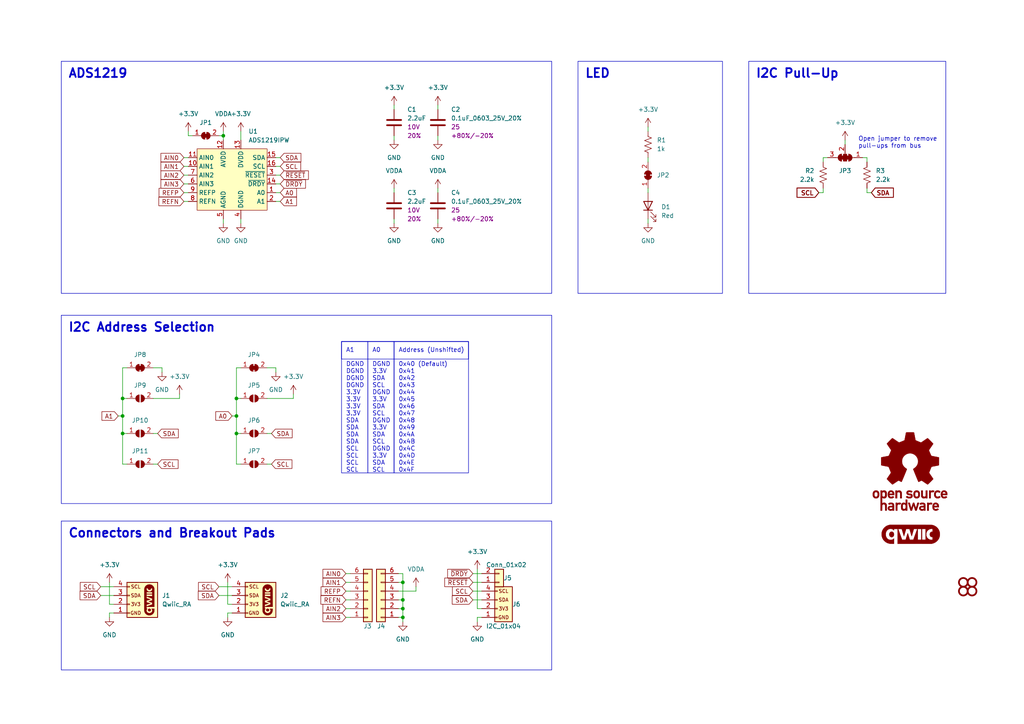
<source format=kicad_sch>
(kicad_sch (version 20230121) (generator eeschema)
  (paper "A4")
  (title_block (title "Qwiic ADS1219") (date "2023-07-27") (rev "v01") (comment 1 "Designed by: Paul Clark"))
  (lib_symbols
    (symbol "SparkFun-Aesthetic:OSHW_Logo" (pin_names (offset 1.016)))
    (symbol "SparkFun-Aesthetic:qwiic_Logo" (pin_names (offset 1.016)))
    (symbol "SparkFun-Capacitor:0.1uF_0603_25V_20%" (pin_numbers hide) (pin_names (offset 0.254))
      (property "Reference" "C" (at 0.635 2.54 0))
      (property "Value" "0.1uF_0603_25V_20%" (at 0.635 -2.54 0))
      (property "Voltage" "25" (at 0 -6.35 0))
      (property "Tolerance" "+80%/-20%" (at 0 -8.89 0))
      (symbol "0.1uF_0603_25V_20%_1_1"
        (pin passive line (at 0 3.81 270) (length 2.794) (name "~") (number "1"))
        (pin passive line (at 0 -3.81 90) (length 2.794) (name "~") (number "2"))
      )
    )
    (symbol "SparkFun-Capacitor:2.2uF_0603_10V_20%" (pin_numbers hide) (pin_names (offset 0.254))
      (property "Reference" "C" (at 0.635 2.54 0))
      (property "Value" "2.2uF" (at 0.635 -2.54 0))
      (property "Voltage" "10V" (at 0 -6.35 0))
      (property "Tolerance" "20%" (at 0 -8.89 0))
      (symbol "2.2uF_0603_10V_20%_1_1"
        (pin passive line (at 0 3.81 270) (length 2.794) (name "~") (number "1"))
        (pin passive line (at 0 -3.81 90) (length 2.794) (name "~") (number "2"))
      )
    )
    (symbol "SparkFun-Connector:Conn_01x02" (pin_names (offset 1.016) hide)
      (property "Reference" "J" (at 0 2.54 0))
      (property "Value" "Conn_01x02" (at 0 -5.08 0))
      (symbol "Conn_01x02_1_1"
        (pin passive line (at -5.08 0 0) (length 3.81) (name "Pin_1") (number "1"))
        (pin passive line (at -5.08 -2.54 0) (length 3.81) (name "Pin_2") (number "2"))
      )
    )
    (symbol "SparkFun-Connector:Conn_01x06" (pin_names (offset 1.016) hide)
      (property "Reference" "J" (at 0 7.62 0))
      (property "Value" "Conn_01x06" (at 0 -10.16 0))
      (symbol "Conn_01x06_1_1"
        (pin passive line (at -5.08 5.08 0) (length 3.81) (name "Pin_1") (number "1"))
        (pin passive line (at -5.08 2.54 0) (length 3.81) (name "Pin_2") (number "2"))
        (pin passive line (at -5.08 0 0) (length 3.81) (name "Pin_3") (number "3"))
        (pin passive line (at -5.08 -2.54 0) (length 3.81) (name "Pin_4") (number "4"))
        (pin passive line (at -5.08 -5.08 0) (length 3.81) (name "Pin_5") (number "5"))
        (pin passive line (at -5.08 -7.62 0) (length 3.81) (name "Pin_6") (number "6"))
      )
    )
    (symbol "SparkFun-Connector:I2C_01x04" (pin_names (offset 1.016) hide)
      (property "Reference" "J" (at 0 5.08 0))
      (property "Value" "I2C_01x04" (at 0 -7.62 0))
      (symbol "I2C_01x04_1_1"
        (text "3V3" (at 1.27 -2.54 0) (effects (font (size 1 1))))
        (text "GND" (at 1.27 -5.08 0) (effects (font (size 1 1))))
        (text "SCL" (at 1.27 2.54 0) (effects (font (size 1 1))))
        (text "SDA" (at 1.27 0 0) (effects (font (size 1 1))))
        (pin passive line (at -5.08 -5.08 0) (length 3.81) (name "Pin_1") (number "1"))
        (pin passive line (at -5.08 -2.54 0) (length 3.81) (name "Pin_2") (number "2"))
        (pin passive line (at -5.08 0 0) (length 3.81) (name "Pin_3") (number "3"))
        (pin passive line (at -5.08 2.54 0) (length 3.81) (name "Pin_4") (number "4"))
      )
    )
    (symbol "SparkFun-Connector:Qwiic_Right_Angle" (pin_names (offset 1.016) hide)
      (property "Reference" "J" (at 0 5.08 0))
      (property "Value" "Qwiic_RA" (at 0 -7.62 0))
      (symbol "Qwiic_Right_Angle_1_1"
        (text "3V3" (at 1.27 -2.54 0) (effects (font (size 1 1))))
        (text "GND" (at 1.27 -5.08 0) (effects (font (size 1 1))))
        (text "SCL" (at 1.27 2.54 0) (effects (font (size 1 1))))
        (text "SDA" (at 1.27 0 0) (effects (font (size 1 1))))
        (pin passive line (at -5.08 -5.08 0) (length 3.81) (name "Pin_1") (number "1"))
        (pin passive line (at -5.08 -2.54 0) (length 3.81) (name "Pin_2") (number "2"))
        (pin passive line (at -5.08 0 0) (length 3.81) (name "Pin_3") (number "3"))
        (pin passive line (at -5.08 2.54 0) (length 3.81) (name "Pin_4") (number "4"))
      )
    )
    (symbol "SparkFun-Hardware:Stand_off")
    (symbol "SparkFun-IC-Conversion:ADS1219IPW"
      (property "Reference" "U" (at 3.81 13.97 0))
      (property "Value" "ADS1219IPW" (at 3.81 11.43 0))
      (symbol "ADS1219IPW_1_1"
        (pin input line (at 12.7 -2.54 180) (length 2.54) (name "A0") (number "1"))
        (pin input line (at -12.7 5.08 0) (length 2.54) (name "AIN1") (number "10"))
        (pin input line (at -12.7 7.62 0) (length 2.54) (name "AIN0") (number "11"))
        (pin power_in line (at -2.54 12.7 270) (length 2.54) (name "AVDD") (number "12"))
        (pin power_in line (at 2.54 12.7 270) (length 2.54) (name "DVDD") (number "13"))
        (pin output line (at 12.7 0 180) (length 2.54) (name "~{DRDY}") (number "14"))
        (pin bidirectional line (at 12.7 7.62 180) (length 2.54) (name "SDA") (number "15"))
        (pin input line (at 12.7 5.08 180) (length 2.54) (name "SCL") (number "16"))
        (pin input line (at 12.7 -5.08 180) (length 2.54) (name "A1") (number "2"))
        (pin input line (at 12.7 2.54 180) (length 2.54) (name "~{RESET}") (number "3"))
        (pin power_in line (at 2.54 -10.16 90) (length 2.54) (name "DGND") (number "4"))
        (pin power_in line (at -2.54 -10.16 90) (length 2.54) (name "AGND") (number "5"))
        (pin input line (at -12.7 0 0) (length 2.54) (name "AIN3") (number "6"))
        (pin input line (at -12.7 2.54 0) (length 2.54) (name "AIN2") (number "7"))
        (pin input line (at -12.7 -5.08 0) (length 2.54) (name "REFN") (number "8"))
        (pin input line (at -12.7 -2.54 0) (length 2.54) (name "REFP") (number "9"))
      )
    )
    (symbol "SparkFun-Jumper:SolderJumper_2_Bridged" (pin_names (offset 0) hide)
      (property "Reference" "JP" (at 0 2.032 0))
      (symbol "SolderJumper_2_Bridged_1_1"
        (pin passive line (at -3.81 0 0) (length 2.54) (name "A") (number "1"))
        (pin passive line (at 3.81 0 180) (length 2.54) (name "B") (number "2"))
      )
    )
    (symbol "SparkFun-Jumper:SolderJumper_2_Open" (pin_names (offset 0) hide)
      (property "Reference" "JP" (at 0 2.032 0))
      (symbol "SolderJumper_2_Open_1_1"
        (pin passive line (at -3.81 0 0) (length 2.54) (name "A") (number "1"))
        (pin passive line (at 3.81 0 180) (length 2.54) (name "B") (number "2"))
      )
    )
    (symbol "SparkFun-Jumper:SolderJumper_3_Bridged123" (pin_names (offset 0) hide)
      (property "Reference" "JP" (at -2.54 -2.54 0))
      (symbol "SolderJumper_3_Bridged123_1_1"
        (pin passive line (at -5.08 0 0) (length 2.54) (name "A") (number "1"))
        (pin passive line (at 0 -3.81 90) (length 2.54) (name "C") (number "2"))
        (pin passive line (at 5.08 0 180) (length 2.54) (name "B") (number "3"))
      )
    )
    (symbol "SparkFun-LED:LED_Red_0603" (pin_numbers hide) (pin_names (offset 1.016) hide)
      (property "Reference" "D" (at 0 2.54 0))
      (property "Value" "Red" (at 0 -2.54 0))
      (symbol "LED_Red_0603_1_1"
        (pin passive line (at -3.81 0 0) (length 2.54) (name "K") (number "1"))
        (pin passive line (at 3.81 0 180) (length 2.54) (name "A") (number "2"))
      )
    )
    (symbol "SparkFun-PowerSymbol:+3.3V" (power) (pin_names (offset 0))
      (property "Value" "+3.3V" (at 0 3.556 0))
      (symbol "+3.3V_1_1"
        (pin power_in line (at 0 0 90) (length 0) hide (name "+3.3V") (number "1"))
      )
    )
    (symbol "SparkFun-PowerSymbol:GND" (power) (pin_names (offset 0))
      (property "Value" "GND" (at 0 -3.81 0))
      (symbol "GND_1_1"
        (pin power_in line (at 0 0 270) (length 0) hide (name "GND") (number "1"))
      )
    )
    (symbol "SparkFun-PowerSymbol:VDDA" (power) (pin_names (offset 0))
      (property "Value" "VDDA" (at 0 3.81 0))
      (symbol "VDDA_1_1"
        (pin power_in line (at 0 0 90) (length 0) hide (name "VDDA") (number "1"))
      )
    )
    (symbol "SparkFun-Resistor:1k_0603" (pin_numbers hide) (pin_names (offset 0))
      (property "Reference" "R" (at 2.54 0 90))
      (property "Value" "1k" (at -2.54 0 90))
      (symbol "1k_0603_1_1"
        (pin passive line (at 0 3.81 270) (length 1.27) (name "~") (number "1"))
        (pin passive line (at 0 -3.81 90) (length 1.27) (name "~") (number "2"))
      )
    )
    (symbol "SparkFun-Resistor:2.2k_0603" (pin_numbers hide) (pin_names (offset 0))
      (property "Reference" "R" (at 2.54 0 90))
      (property "Value" "2.2k" (at -2.54 0 90))
      (symbol "2.2k_0603_1_1"
        (pin passive line (at 0 3.81 270) (length 1.27) (name "~") (number "1"))
        (pin passive line (at 0 -3.81 90) (length 1.27) (name "~") (number "2"))
      )
    )
  )
  (junction (at 68.58 115.57))
  (junction (at 35.56 120.65))
  (junction (at 68.58 125.73))
  (junction (at 35.56 125.73))
  (junction (at 116.84 173.99))
  (junction (at 116.84 179.07))
  (junction (at 116.84 168.91))
  (junction (at 68.58 120.65))
  (junction (at 116.84 176.53))
  (junction (at 64.77 39.37))
  (junction (at 35.56 115.57))
  (wire (pts (xy 115.57 166.37) (xy 116.84 166.37)))
  (wire (pts (xy 100.33 171.45) (xy 101.6 171.45)))
  (wire (pts (xy 35.56 125.73) (xy 35.56 134.62)))
  (wire (pts (xy 250.19 45.72) (xy 251.46 45.72)))
  (wire (pts (xy 80.01 48.26) (xy 81.28 48.26)))
  (wire (pts (xy 237.49 55.88) (xy 238.76 55.88)))
  (wire (pts (xy 116.84 168.91) (xy 115.57 168.91)))
  (wire (pts (xy 127 39.37) (xy 127 40.64)))
  (wire (pts (xy 100.33 173.99) (xy 101.6 173.99)))
  (wire (pts (xy 31.75 177.8) (xy 33.02 177.8)))
  (wire (pts (xy 64.77 63.5) (xy 64.77 64.77)))
  (wire (pts (xy 77.47 125.73) (xy 78.74 125.73)))
  (wire (pts (xy 238.76 54.61) (xy 238.76 55.88)))
  (wire (pts (xy 68.58 120.65) (xy 68.58 125.73)))
  (wire (pts (xy 120.65 170.18) (xy 120.65 171.45)))
  (wire (pts (xy 238.76 46.99) (xy 238.76 45.72)))
  (wire (pts (xy 127 63.5) (xy 127 64.77)))
  (wire (pts (xy 115.57 171.45) (xy 120.65 171.45)))
  (wire (pts (xy 116.84 173.99) (xy 116.84 176.53)))
  (wire (pts (xy 80.01 58.42) (xy 81.28 58.42)))
  (wire (pts (xy 251.46 55.88) (xy 252.73 55.88)))
  (wire (pts (xy 138.43 165.1) (xy 138.43 176.53)))
  (wire (pts (xy 66.04 177.8) (xy 67.31 177.8)))
  (wire (pts (xy 68.58 134.62) (xy 69.85 134.62)))
  (wire (pts (xy 44.45 125.73) (xy 45.72 125.73)))
  (wire (pts (xy 116.84 176.53) (xy 115.57 176.53)))
  (wire (pts (xy 54.61 38.1) (xy 54.61 39.37)))
  (wire (pts (xy 53.34 55.88) (xy 54.61 55.88)))
  (wire (pts (xy 114.3 63.5) (xy 114.3 64.77)))
  (wire (pts (xy 29.21 172.72) (xy 33.02 172.72)))
  (wire (pts (xy 35.56 120.65) (xy 35.56 125.73)))
  (wire (pts (xy 67.31 120.65) (xy 68.58 120.65)))
  (wire (pts (xy 68.58 125.73) (xy 68.58 134.62)))
  (wire (pts (xy 80.01 55.88) (xy 81.28 55.88)))
  (wire (pts (xy 100.33 179.07) (xy 101.6 179.07)))
  (wire (pts (xy 80.01 106.68) (xy 80.01 107.95)))
  (wire (pts (xy 77.47 106.68) (xy 80.01 106.68)))
  (wire (pts (xy 64.77 38.1) (xy 64.77 39.37)))
  (wire (pts (xy 80.01 50.8) (xy 81.28 50.8)))
  (wire (pts (xy 138.43 179.07) (xy 138.43 180.34)))
  (wire (pts (xy 35.56 125.73) (xy 36.83 125.73)))
  (wire (pts (xy 251.46 45.72) (xy 251.46 46.99)))
  (wire (pts (xy 139.7 179.07) (xy 138.43 179.07)))
  (wire (pts (xy 245.11 40.64) (xy 245.11 41.91)))
  (wire (pts (xy 53.34 53.34) (xy 54.61 53.34)))
  (wire (pts (xy 251.46 54.61) (xy 251.46 55.88)))
  (wire (pts (xy 29.21 170.18) (xy 33.02 170.18)))
  (wire (pts (xy 187.96 54.61) (xy 187.96 55.88)))
  (wire (pts (xy 137.16 166.37) (xy 139.7 166.37)))
  (wire (pts (xy 54.61 39.37) (xy 55.88 39.37)))
  (wire (pts (xy 35.56 106.68) (xy 35.56 115.57)))
  (wire (pts (xy 187.96 36.83) (xy 187.96 38.1)))
  (wire (pts (xy 85.09 114.3) (xy 85.09 115.57)))
  (wire (pts (xy 52.07 114.3) (xy 52.07 115.57)))
  (wire (pts (xy 77.47 134.62) (xy 78.74 134.62)))
  (wire (pts (xy 80.01 53.34) (xy 81.28 53.34)))
  (wire (pts (xy 63.5 172.72) (xy 67.31 172.72)))
  (wire (pts (xy 66.04 177.8) (xy 66.04 179.07)))
  (wire (pts (xy 69.85 38.1) (xy 69.85 40.64)))
  (wire (pts (xy 187.96 45.72) (xy 187.96 46.99)))
  (wire (pts (xy 127 30.48) (xy 127 31.75)))
  (wire (pts (xy 68.58 125.73) (xy 69.85 125.73)))
  (wire (pts (xy 35.56 134.62) (xy 36.83 134.62)))
  (wire (pts (xy 34.29 120.65) (xy 35.56 120.65)))
  (wire (pts (xy 63.5 39.37) (xy 64.77 39.37)))
  (wire (pts (xy 44.45 115.57) (xy 52.07 115.57)))
  (wire (pts (xy 116.84 173.99) (xy 115.57 173.99)))
  (wire (pts (xy 46.99 106.68) (xy 46.99 107.95)))
  (wire (pts (xy 80.01 45.72) (xy 81.28 45.72)))
  (wire (pts (xy 63.5 170.18) (xy 67.31 170.18)))
  (wire (pts (xy 69.85 106.68) (xy 68.58 106.68)))
  (wire (pts (xy 68.58 106.68) (xy 68.58 115.57)))
  (wire (pts (xy 53.34 48.26) (xy 54.61 48.26)))
  (wire (pts (xy 69.85 63.5) (xy 69.85 64.77)))
  (wire (pts (xy 137.16 168.91) (xy 139.7 168.91)))
  (wire (pts (xy 68.58 115.57) (xy 68.58 120.65)))
  (wire (pts (xy 44.45 106.68) (xy 46.99 106.68)))
  (wire (pts (xy 114.3 39.37) (xy 114.3 40.64)))
  (wire (pts (xy 238.76 45.72) (xy 240.03 45.72)))
  (wire (pts (xy 31.75 177.8) (xy 31.75 179.07)))
  (wire (pts (xy 66.04 168.91) (xy 66.04 175.26)))
  (wire (pts (xy 187.96 63.5) (xy 187.96 64.77)))
  (wire (pts (xy 44.45 134.62) (xy 45.72 134.62)))
  (wire (pts (xy 137.16 173.99) (xy 139.7 173.99)))
  (wire (pts (xy 53.34 58.42) (xy 54.61 58.42)))
  (wire (pts (xy 64.77 39.37) (xy 64.77 40.64)))
  (wire (pts (xy 31.75 175.26) (xy 33.02 175.26)))
  (wire (pts (xy 127 54.61) (xy 127 55.88)))
  (wire (pts (xy 53.34 45.72) (xy 54.61 45.72)))
  (wire (pts (xy 116.84 168.91) (xy 116.84 173.99)))
  (wire (pts (xy 53.34 50.8) (xy 54.61 50.8)))
  (wire (pts (xy 77.47 115.57) (xy 85.09 115.57)))
  (wire (pts (xy 35.56 115.57) (xy 35.56 120.65)))
  (wire (pts (xy 116.84 166.37) (xy 116.84 168.91)))
  (wire (pts (xy 35.56 115.57) (xy 36.83 115.57)))
  (wire (pts (xy 116.84 176.53) (xy 116.84 179.07)))
  (wire (pts (xy 36.83 106.68) (xy 35.56 106.68)))
  (wire (pts (xy 100.33 168.91) (xy 101.6 168.91)))
  (wire (pts (xy 139.7 176.53) (xy 138.43 176.53)))
  (wire (pts (xy 66.04 175.26) (xy 67.31 175.26)))
  (wire (pts (xy 116.84 179.07) (xy 116.84 180.34)))
  (wire (pts (xy 114.3 54.61) (xy 114.3 55.88)))
  (wire (pts (xy 100.33 176.53) (xy 101.6 176.53)))
  (wire (pts (xy 116.84 179.07) (xy 115.57 179.07)))
  (wire (pts (xy 114.3 30.48) (xy 114.3 31.75)))
  (wire (pts (xy 31.75 168.91) (xy 31.75 175.26)))
  (wire (pts (xy 100.33 166.37) (xy 101.6 166.37)))
  (wire (pts (xy 68.58 115.57) (xy 69.85 115.57)))
  (wire (pts (xy 137.16 171.45) (xy 139.7 171.45)))
  (rectangle (start 99.06 99.06) (end 135.89 104.14))
  (rectangle (start 99.06 99.06) (end 106.68 137.16))
  (rectangle (start 114.3 99.06) (end 135.89 137.16))
  (rectangle (start 106.68 99.06) (end 114.3 137.16))
  (text_box "ADS1219" (at 17.78 17.78 0) (size 142.24 67.31) (effects (font (size 2.54 2.54) (thickness 0.508) bold) (justify left top)))
  (text_box "Connectors and Breakout Pads" (at 17.78 151.13 0) (size 142.24 43.18) (effects (font (size 2.54 2.54) bold) (justify left top)))
  (text_box "LED" (at 167.64 17.78 0) (size 41.91 67.31) (effects (font (size 2.54 2.54) (thickness 0.508) bold) (justify left top)))
  (text_box "I2C Address Selection" (at 17.78 91.44 0) (size 142.24 54.61) (effects (font (size 2.54 2.54) (thickness 0.508) bold) (justify left top)))
  (text_box "I2C Pull-Up" (at 217.17 17.78 0) (size 57.15 67.31) (effects (font (size 2.54 2.54) bold) (justify left top)))
  (text "Open jumper to remove\npull-ups from bus" (at 248.92 43.18 0) (effects (font (size 1.27 1.27)) (justify left bottom)))
  (text "A1\n\nDGND\nDGND\nDGND\nDGND\n3.3V\n3.3V\n3.3V\n3.3V\nSDA\nSDA\nSDA\nSDA\nSCL\nSCL\nSCL\nSCL" (at 100.33 137.16 0) (effects (font (size 1.27 1.27)) (justify left bottom)))
  (text "Address (Unshifted)\n\n0x40 (Default)\n0x41\n0x42\n0x43\n0x44\n0x45\n0x46\n0x47\n0x48\n0x49\n0x4A\n0x4B\n0x4C\n0x4D\n0x4E\n0x4F" (at 115.57 137.16 0) (effects (font (size 1.27 1.27)) (justify left bottom)))
  (text "A0\n\nDGND\n3.3V\nSDA\nSCL\nDGND\n3.3V\nSDA\nSCL\nDGND\n3.3V\nSDA\nSCL\nDGND\n3.3V\nSDA\nSCL" (at 107.95 137.16 0) (effects (font (size 1.27 1.27)) (justify left bottom)))
  (global_label "SDA" (shape input) (at 45.72 125.73 0) (property "Intersheetrefs" "${INTERSHEET_REFS}" (effects hide)))
  (global_label "AIN2" (shape input) (at 53.34 50.8 180) (property "Intersheetrefs" "${INTERSHEET_REFS}" (effects hide)))
  (global_label "~{RESET}" (shape input) (at 81.28 50.8 0) (property "Intersheetrefs" "${INTERSHEET_REFS}" (effects hide)))
  (global_label "SCL" (shape input) (at 81.28 48.26 0) (property "Intersheetrefs" "${INTERSHEET_REFS}" (effects hide)))
  (global_label "REFN" (shape input) (at 100.33 173.99 180) (property "Intersheetrefs" "${INTERSHEET_REFS}" (effects hide)))
  (global_label "SCL" (shape input) (at 63.5 170.18 180) (property "Intersheetrefs" "${INTERSHEET_REFS}" (effects hide)))
  (global_label "AIN0" (shape input) (at 53.34 45.72 180) (property "Intersheetrefs" "${INTERSHEET_REFS}" (effects hide)))
  (global_label "AIN0" (shape input) (at 100.33 166.37 180) (property "Intersheetrefs" "${INTERSHEET_REFS}" (effects hide)))
  (global_label "~{RESET}" (shape input) (at 137.16 168.91 180) (property "Intersheetrefs" "${INTERSHEET_REFS}" (effects hide)))
  (global_label "SDA" (shape input) (at 29.21 172.72 180) (property "Intersheetrefs" "${INTERSHEET_REFS}" (effects hide)))
  (global_label "AIN3" (shape input) (at 100.33 179.07 180) (property "Intersheetrefs" "${INTERSHEET_REFS}" (effects hide)))
  (global_label "A0" (shape input) (at 67.31 120.65 180) (property "Intersheetrefs" "${INTERSHEET_REFS}" (effects hide)))
  (global_label "REFP" (shape input) (at 53.34 55.88 180) (property "Intersheetrefs" "${INTERSHEET_REFS}" (effects hide)))
  (global_label "SCL" (shape input) (at 137.16 171.45 180) (property "Intersheetrefs" "${INTERSHEET_REFS}" (effects hide)))
  (global_label "AIN2" (shape input) (at 100.33 176.53 180) (property "Intersheetrefs" "${INTERSHEET_REFS}" (effects hide)))
  (global_label "SCL" (shape input) (at 78.74 134.62 0) (property "Intersheetrefs" "${INTERSHEET_REFS}" (effects hide)))
  (global_label "SCL" (shape input) (at 45.72 134.62 0) (property "Intersheetrefs" "${INTERSHEET_REFS}" (effects hide)))
  (global_label "SDA" (shape input) (at 137.16 173.99 180) (property "Intersheetrefs" "${INTERSHEET_REFS}" (effects hide)))
  (global_label "AIN3" (shape input) (at 53.34 53.34 180) (property "Intersheetrefs" "${INTERSHEET_REFS}" (effects hide)))
  (global_label "~{DRDY}" (shape input) (at 81.28 53.34 0) (property "Intersheetrefs" "${INTERSHEET_REFS}" (effects hide)))
  (global_label "REFN" (shape input) (at 53.34 58.42 180) (property "Intersheetrefs" "${INTERSHEET_REFS}" (effects hide)))
  (global_label "~{DRDY}" (shape input) (at 137.16 166.37 180) (property "Intersheetrefs" "${INTERSHEET_REFS}" (effects hide)))
  (global_label "SDA" (shape input) (at 63.5 172.72 180) (property "Intersheetrefs" "${INTERSHEET_REFS}" (effects hide)))
  (global_label "REFP" (shape input) (at 100.33 171.45 180) (property "Intersheetrefs" "${INTERSHEET_REFS}" (effects hide)))
  (global_label "SDA" (shape input) (at 78.74 125.73 0) (property "Intersheetrefs" "${INTERSHEET_REFS}" (effects hide)))
  (global_label "A0" (shape input) (at 81.28 55.88 0) (property "Intersheetrefs" "${INTERSHEET_REFS}" (effects hide)))
  (global_label "SDA" (shape input) (at 252.73 55.88 0) (effects (font bold)) (property "Intersheetrefs" "${INTERSHEET_REFS}" (effects hide)))
  (global_label "AIN1" (shape input) (at 100.33 168.91 180) (property "Intersheetrefs" "${INTERSHEET_REFS}" (effects hide)))
  (global_label "SDA" (shape input) (at 81.28 45.72 0) (property "Intersheetrefs" "${INTERSHEET_REFS}" (effects hide)))
  (global_label "A1" (shape input) (at 81.28 58.42 0) (property "Intersheetrefs" "${INTERSHEET_REFS}" (effects hide)))
  (global_label "SCL" (shape input) (at 29.21 170.18 180) (property "Intersheetrefs" "${INTERSHEET_REFS}" (effects hide)))
  (global_label "SCL" (shape input) (at 237.49 55.88 180) (effects (font bold)) (property "Intersheetrefs" "${INTERSHEET_REFS}" (effects hide)))
  (global_label "A1" (shape input) (at 34.29 120.65 180) (property "Intersheetrefs" "${INTERSHEET_REFS}" (effects hide)))
  (global_label "AIN1" (shape input) (at 53.34 48.26 180) (property "Intersheetrefs" "${INTERSHEET_REFS}" (effects hide)))
  (symbol (lib_id "SparkFun-PowerSymbol:GND") (at 187.96 64.77 0) (unit 1)
    (property "Reference" "#PWR015" (effects hide))
    (property "Value" "GND" (at 187.96 69.85 0))
  )
  (symbol (lib_id "SparkFun-PowerSymbol:+3.3V") (at 127 30.48 0) (unit 1)
    (property "Reference" "#PWR07" (effects hide))
    (property "Value" "+3.3V" (at 127 25.4 0))
  )
  (symbol (lib_id "SparkFun-Hardware:Stand_off") (at 281.94 168.91 0) (unit 1)
    (property "Reference" "ST1" (effects hide))
    (property "Value" "Stand_off" (effects hide))
    (property "Footprint" "SparkFun-Hardware:STAND-OFF" (effects hide))
  )
  (symbol (lib_id "SparkFun-PowerSymbol:VDDA") (at 127 54.61 0) (unit 1)
    (property "Reference" "#PWR012" (effects hide))
    (property "Value" "VDDA" (at 127 49.53 0))
  )
  (symbol (lib_id "SparkFun-PowerSymbol:GND") (at 127 64.77 0) (unit 1)
    (property "Reference" "#PWR013" (effects hide))
    (property "Value" "GND" (at 127 69.85 0))
  )
  (symbol (lib_id "SparkFun-PowerSymbol:GND") (at 138.43 180.34 0) (unit 1)
    (property "Reference" "#PWR027" (effects hide))
    (property "Value" "GND" (at 138.43 185.42 0))
  )
  (symbol (lib_id "SparkFun-PowerSymbol:VDDA") (at 114.3 54.61 0) (unit 1)
    (property "Reference" "#PWR010" (effects hide))
    (property "Value" "VDDA" (at 114.3 49.53 0))
  )
  (symbol (lib_id "SparkFun-PowerSymbol:+3.3V") (at 114.3 30.48 0) (unit 1)
    (property "Reference" "#PWR06" (effects hide))
    (property "Value" "+3.3V" (at 114.3 25.4 0))
  )
  (symbol (lib_id "SparkFun-PowerSymbol:GND") (at 116.84 180.34 0) (mirror y) (unit 1)
    (property "Reference" "#PWR025" (effects hide))
    (property "Value" "GND" (at 116.84 185.42 0))
  )
  (symbol (lib_id "SparkFun-PowerSymbol:+3.3V") (at 187.96 36.83 0) (unit 1)
    (property "Reference" "#PWR014" (effects hide))
    (property "Value" "+3.3V" (at 187.96 31.75 0))
  )
  (symbol (lib_id "SparkFun-PowerSymbol:GND") (at 64.77 64.77 0) (unit 1)
    (property "Reference" "#PWR04" (effects hide))
    (property "Value" "GND" (at 64.77 69.85 0))
  )
  (symbol (lib_id "SparkFun-Jumper:SolderJumper_2_Open") (at 73.66 134.62 0) (unit 1)
    (property "Reference" "JP7" (at 73.66 130.81 0))
    (property "Footprint" "SparkFun-Jumper:SMT-JUMPER_2_NO_SILK" (effects hide))
  )
  (symbol (lib_id "SparkFun-Jumper:SolderJumper_2_Open") (at 40.64 134.62 0) (unit 1)
    (property "Reference" "JP11" (at 40.64 130.81 0))
    (property "Footprint" "SparkFun-Jumper:SMT-JUMPER_2_NO_SILK" (effects hide))
  )
  (symbol (lib_id "SparkFun-Connector:Conn_01x06") (at 106.68 173.99 0) (mirror x) (unit 1)
    (property "Reference" "J3" (at 105.41 181.61 0) (effects (justify left)))
    (property "Value" "Conn_01x06" (effects hide))
    (property "Footprint" "SparkFun-Connector:1X06" (effects hide))
  )
  (symbol (lib_id "SparkFun-Capacitor:2.2uF_0603_10V_20%") (at 114.3 35.56 0) (unit 1)
    (property "Reference" "C1" (at 118.11 31.75 0) (effects (justify left)))
    (property "Value" "2.2uF" (at 118.11 34.29 0) (effects (justify left)))
    (property "Footprint" "SparkFun-Capacitor:C_0603_1608Metric" (effects hide))
    (property "PROD_ID" "7888" (effects hide))
    (property "Voltage" "10V" (at 118.11 36.83 0) (effects (justify left)))
    (property "Tolerance" "20%" (at 118.11 39.37 0) (effects (justify left)))
  )
  (symbol (lib_id "SparkFun-PowerSymbol:+3.3V") (at 69.85 38.1 0) (unit 1)
    (property "Reference" "#PWR01" (effects hide))
    (property "Value" "+3.3V" (at 69.85 33.02 0))
  )
  (symbol (lib_id "SparkFun-Aesthetic:OSHW_Logo") (at 264.16 140.97 0) (unit 1)
    (property "Reference" "#G2" (effects hide))
    (property "Value" "LOGO" (effects hide))
  )
  (symbol (lib_id "SparkFun-Capacitor:0.1uF_0603_25V_20%") (at 127 59.69 0) (unit 1)
    (property "Reference" "C4" (at 130.81 55.88 0) (effects (justify left)))
    (property "Value" "0.1uF_0603_25V_20%" (at 130.81 58.42 0) (effects (justify left)))
    (property "Footprint" "SparkFun-Capacitor:C_0603_1608Metric" (effects hide))
    (property "PROD_ID" "810" (effects hide))
    (property "Voltage" "25" (at 130.81 60.96 0) (effects (justify left)))
    (property "Tolerance" "+80%/-20%" (at 130.81 63.5 0) (effects (justify left)))
  )
  (symbol (lib_id "SparkFun-Jumper:SolderJumper_2_Bridged") (at 73.66 106.68 0) (unit 1)
    (property "Reference" "JP4" (at 73.66 102.87 0))
    (property "Footprint" "SparkFun-Jumper:SMT-JUMPER_2_NC_TRACE_SILK" (effects hide))
  )
  (symbol (lib_id "SparkFun-Connector:Conn_01x02") (at 144.78 168.91 0) (mirror x) (unit 1)
    (property "Reference" "J5" (at 146.05 167.64 0) (effects (justify left)))
    (property "Value" "Conn_01x02" (at 140.97 163.83 0) (effects (justify left)))
    (property "Footprint" "SparkFun-Connector:1X02" (effects hide))
  )
  (symbol (lib_id "SparkFun-PowerSymbol:GND") (at 80.01 107.95 0) (unit 1)
    (property "Reference" "#PWR017" (effects hide))
    (property "Value" "GND" (at 80.01 113.03 0))
  )
  (symbol (lib_id "SparkFun-Connector:Qwiic_Right_Angle") (at 72.39 172.72 0) (unit 1)
    (property "Reference" "J2" (at 81.28 172.72 0) (effects (justify left)))
    (property "Value" "Qwiic_RA" (at 81.28 175.26 0) (effects (justify left)))
    (property "Footprint" "SparkFun-Connector:JST04_1MM_RA" (effects hide))
    (property "PROD_ID" "13694" (effects hide))
  )
  (symbol (lib_id "SparkFun-PowerSymbol:+3.3V") (at 85.09 114.3 0) (unit 1)
    (property "Reference" "#PWR018" (effects hide))
    (property "Value" "+3.3V" (at 85.09 109.22 0))
  )
  (symbol (lib_id "SparkFun-PowerSymbol:VDDA") (at 120.65 170.18 0) (mirror y) (unit 1)
    (property "Reference" "#PWR026" (effects hide))
    (property "Value" "VDDA" (at 120.65 165.1 0))
  )
  (symbol (lib_id "SparkFun-PowerSymbol:GND") (at 127 40.64 0) (unit 1)
    (property "Reference" "#PWR09" (effects hide))
    (property "Value" "GND" (at 127 45.72 0))
  )
  (symbol (lib_id "SparkFun-PowerSymbol:GND") (at 114.3 40.64 0) (unit 1)
    (property "Reference" "#PWR08" (effects hide))
    (property "Value" "GND" (at 114.3 45.72 0))
  )
  (symbol (lib_id "SparkFun-Connector:I2C_01x04") (at 144.78 173.99 0) (unit 1)
    (property "Reference" "J6" (at 148.59 175.26 0) (effects (justify left)))
    (property "Value" "I2C_01x04" (at 140.97 181.61 0) (effects (justify left)))
    (property "Footprint" "SparkFun-Connector:1X04" (effects hide))
  )
  (symbol (lib_id "SparkFun-PowerSymbol:+3.3V") (at 245.11 40.64 0) (unit 1)
    (property "Reference" "#PWR016" (effects hide))
    (property "Value" "+3.3V" (at 245.11 35.56 0))
  )
  (symbol (lib_id "SparkFun-Jumper:SolderJumper_2_Open") (at 73.66 125.73 0) (unit 1)
    (property "Reference" "JP6" (at 73.66 121.92 0))
    (property "Footprint" "SparkFun-Jumper:SMT-JUMPER_2_NO_SILK" (effects hide))
  )
  (symbol (lib_id "SparkFun-PowerSymbol:GND") (at 114.3 64.77 0) (unit 1)
    (property "Reference" "#PWR011" (effects hide))
    (property "Value" "GND" (at 114.3 69.85 0))
  )
  (symbol (lib_id "SparkFun-PowerSymbol:VDDA") (at 64.77 38.1 0) (unit 1)
    (property "Reference" "#PWR03" (effects hide))
    (property "Value" "VDDA" (at 64.77 33.02 0))
  )
  (symbol (lib_id "SparkFun-Capacitor:0.1uF_0603_25V_20%") (at 127 35.56 0) (unit 1)
    (property "Reference" "C2" (at 130.81 31.75 0) (effects (justify left)))
    (property "Value" "0.1uF_0603_25V_20%" (at 130.81 34.29 0) (effects (justify left)))
    (property "Footprint" "SparkFun-Capacitor:C_0603_1608Metric" (effects hide))
    (property "PROD_ID" "810" (effects hide))
    (property "Voltage" "25" (at 130.81 36.83 0) (effects (justify left)))
    (property "Tolerance" "+80%/-20%" (at 130.81 39.37 0) (effects (justify left)))
  )
  (symbol (lib_id "SparkFun-Jumper:SolderJumper_2_Bridged") (at 187.96 50.8 90) (unit 1)
    (property "Reference" "JP2" (at 190.5 50.8 90) (effects (justify right)))
    (property "Footprint" "SparkFun-Jumper:SMT-JUMPER_2_NC_TRACE_SILK" (effects hide))
  )
  (symbol (lib_id "SparkFun-IC-Conversion:ADS1219IPW") (at 67.31 53.34 0) (unit 1)
    (property "Reference" "U1" (at 72.0441 38.1 0) (effects (justify left)))
    (property "Value" "ADS1219IPW" (at 72.0441 40.64 0) (effects (justify left)))
    (property "Footprint" "SparkFun-Semiconductor-Standard:TSSOP-16" (effects hide))
  )
  (symbol (lib_id "SparkFun-Jumper:SolderJumper_2_Open") (at 40.64 125.73 0) (unit 1)
    (property "Reference" "JP10" (at 40.64 121.92 0))
    (property "Footprint" "SparkFun-Jumper:SMT-JUMPER_2_NO_SILK" (effects hide))
  )
  (symbol (lib_id "SparkFun-PowerSymbol:+3.3V") (at 31.75 168.91 0) (unit 1)
    (property "Reference" "#PWR021" (effects hide))
    (property "Value" "+3.3V" (at 31.75 163.83 0))
  )
  (symbol (lib_id "SparkFun-Hardware:Stand_off") (at 279.4 171.45 0) (unit 1)
    (property "Reference" "ST4" (effects hide))
    (property "Value" "Stand_off" (effects hide))
    (property "Footprint" "SparkFun-Hardware:STAND-OFF" (effects hide))
  )
  (symbol (lib_id "SparkFun-Jumper:SolderJumper_2_Open") (at 40.64 115.57 0) (unit 1)
    (property "Reference" "JP9" (at 40.64 111.76 0))
    (property "Footprint" "SparkFun-Jumper:SMT-JUMPER_2_NO_SILK" (effects hide))
  )
  (symbol (lib_id "SparkFun-PowerSymbol:+3.3V") (at 54.61 38.1 0) (unit 1)
    (property "Reference" "#PWR02" (effects hide))
    (property "Value" "+3.3V" (at 54.61 33.02 0))
  )
  (symbol (lib_id "SparkFun-Jumper:SolderJumper_2_Open") (at 73.66 115.57 0) (unit 1)
    (property "Reference" "JP5" (at 73.66 111.76 0))
    (property "Footprint" "SparkFun-Jumper:SMT-JUMPER_2_NO_SILK" (effects hide))
  )
  (symbol (lib_id "SparkFun-PowerSymbol:+3.3V") (at 138.43 165.1 0) (unit 1)
    (property "Reference" "#PWR028" (effects hide))
    (property "Value" "+3.3V" (at 138.43 160.02 0))
  )
  (symbol (lib_id "SparkFun-PowerSymbol:GND") (at 66.04 179.07 0) (unit 1)
    (property "Reference" "#PWR024" (effects hide))
    (property "Value" "GND" (at 66.04 184.15 0))
  )
  (symbol (lib_id "SparkFun-LED:LED_Red_0603") (at 187.96 59.69 90) (unit 1)
    (property "Reference" "D1" (at 191.77 60.0075 90) (effects (justify right)))
    (property "Value" "Red" (at 191.77 62.5475 90) (effects (justify right)))
    (property "Footprint" "SparkFun-LED:LED_0603_1608Metric" (effects hide))
    (property "PROD_ID" "819" (effects hide))
  )
  (symbol (lib_id "SparkFun-PowerSymbol:GND") (at 69.85 64.77 0) (unit 1)
    (property "Reference" "#PWR05" (effects hide))
    (property "Value" "GND" (at 69.85 69.85 0))
  )
  (symbol (lib_id "SparkFun-Aesthetic:qwiic_Logo") (at 264.16 154.94 0) (unit 1)
    (property "Reference" "#G1" (effects hide))
    (property "Value" "LOGO" (effects hide))
  )
  (symbol (lib_id "SparkFun-Resistor:1k_0603") (at 187.96 41.91 0) (unit 1)
    (property "Reference" "R1" (at 190.5 40.64 0) (effects (justify left)))
    (property "Value" "1k" (at 190.5 43.18 0) (effects (justify left)))
    (property "Footprint" "SparkFun-Resistor:R_0603_1608Metric" (effects hide))
    (property "PROD_ID" "7856" (effects hide))
  )
  (symbol (lib_id "SparkFun-Hardware:Stand_off") (at 279.4 168.91 0) (unit 1)
    (property "Reference" "ST2" (effects hide))
    (property "Value" "Stand_off" (effects hide))
    (property "Footprint" "SparkFun-Hardware:STAND-OFF" (effects hide))
  )
  (symbol (lib_id "SparkFun-PowerSymbol:+3.3V") (at 66.04 168.91 0) (unit 1)
    (property "Reference" "#PWR023" (effects hide))
    (property "Value" "+3.3V" (at 66.04 163.83 0))
  )
  (symbol (lib_id "SparkFun-Connector:Conn_01x06") (at 110.49 173.99 180) (unit 1)
    (property "Reference" "J4" (at 111.76 181.61 0) (effects (justify left)))
    (property "Value" "Conn_01x06" (effects hide))
    (property "Footprint" "SparkFun-Connector:1X06" (effects hide))
  )
  (symbol (lib_id "SparkFun-PowerSymbol:GND") (at 31.75 179.07 0) (unit 1)
    (property "Reference" "#PWR022" (effects hide))
    (property "Value" "GND" (at 31.75 184.15 0))
  )
  (symbol (lib_id "SparkFun-Jumper:SolderJumper_3_Bridged123") (at 245.11 45.72 180) (unit 1)
    (property "Reference" "JP3" (at 245.11 49.53 0))
    (property "Footprint" "SparkFun-Jumper:SMT-JUMPER_3_2-NC_TRACE_SILK" (effects hide))
  )
  (symbol (lib_id "SparkFun-Connector:Qwiic_Right_Angle") (at 38.1 172.72 0) (unit 1)
    (property "Reference" "J1" (at 46.99 172.72 0) (effects (justify left)))
    (property "Value" "Qwiic_RA" (at 46.99 175.26 0) (effects (justify left)))
    (property "Footprint" "SparkFun-Connector:JST04_1MM_RA" (effects hide))
    (property "PROD_ID" "13694" (effects hide))
  )
  (symbol (lib_id "SparkFun-Resistor:2.2k_0603") (at 251.46 50.8 0) (mirror y) (unit 1)
    (property "Reference" "R3" (at 254 49.53 0) (effects (justify right)))
    (property "Value" "2.2k" (at 254 52.07 0) (effects (justify right)))
    (property "Footprint" "SparkFun-Resistor:R_0603_1608Metric" (effects hide))
    (property "PROD_ID" "8272" (effects hide))
  )
  (symbol (lib_id "SparkFun-PowerSymbol:+3.3V") (at 52.07 114.3 0) (unit 1)
    (property "Reference" "#PWR020" (effects hide))
    (property "Value" "+3.3V" (at 52.07 109.22 0))
  )
  (symbol (lib_id "SparkFun-Capacitor:2.2uF_0603_10V_20%") (at 114.3 59.69 0) (unit 1)
    (property "Reference" "C3" (at 118.11 55.88 0) (effects (justify left)))
    (property "Value" "2.2uF" (at 118.11 58.42 0) (effects (justify left)))
    (property "Footprint" "SparkFun-Capacitor:C_0603_1608Metric" (effects hide))
    (property "PROD_ID" "7888" (effects hide))
    (property "Voltage" "10V" (at 118.11 60.96 0) (effects (justify left)))
    (property "Tolerance" "20%" (at 118.11 63.5 0) (effects (justify left)))
  )
  (symbol (lib_id "SparkFun-Jumper:SolderJumper_2_Bridged") (at 59.69 39.37 0) (unit 1)
    (property "Reference" "JP1" (at 59.69 35.56 0))
    (property "Footprint" "SparkFun-Jumper:SMT-JUMPER_2_NC_TRACE_SILK" (effects hide))
  )
  (symbol (lib_id "SparkFun-Jumper:SolderJumper_2_Bridged") (at 40.64 106.68 0) (unit 1)
    (property "Reference" "JP8" (at 40.64 102.87 0))
    (property "Footprint" "SparkFun-Jumper:SMT-JUMPER_2_NC_TRACE_SILK" (effects hide))
  )
  (symbol (lib_id "SparkFun-Resistor:2.2k_0603") (at 238.76 50.8 0) (unit 1)
    (property "Reference" "R2" (at 236.22 49.53 0) (effects (justify right)))
    (property "Value" "2.2k" (at 236.22 52.07 0) (effects (justify right)))
    (property "Footprint" "SparkFun-Resistor:R_0603_1608Metric" (effects hide))
    (property "PROD_ID" "8272" (effects hide))
  )
  (symbol (lib_id "SparkFun-Hardware:Stand_off") (at 281.94 171.45 0) (unit 1)
    (property "Reference" "ST3" (effects hide))
    (property "Value" "Stand_off" (effects hide))
    (property "Footprint" "SparkFun-Hardware:STAND-OFF" (effects hide))
  )
  (symbol (lib_id "SparkFun-PowerSymbol:GND") (at 46.99 107.95 0) (unit 1)
    (property "Reference" "#PWR019" (effects hide))
    (property "Value" "GND" (at 46.99 113.03 0))
  )
)
</source>
